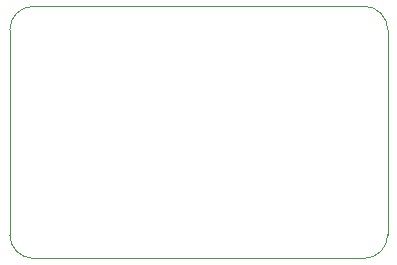
<source format=gm1>
%TF.GenerationSoftware,KiCad,Pcbnew,(5.1.9)-1*%
%TF.CreationDate,2022-09-01T14:45:20+02:00*%
%TF.ProjectId,decode,6465636f-6465-42e6-9b69-6361645f7063,rev?*%
%TF.SameCoordinates,Original*%
%TF.FileFunction,Profile,NP*%
%FSLAX46Y46*%
G04 Gerber Fmt 4.6, Leading zero omitted, Abs format (unit mm)*
G04 Created by KiCad (PCBNEW (5.1.9)-1) date 2022-09-01 14:45:20*
%MOMM*%
%LPD*%
G01*
G04 APERTURE LIST*
%TA.AperFunction,Profile*%
%ADD10C,0.050000*%
%TD*%
G04 APERTURE END LIST*
D10*
X186000000Y-72600000D02*
G75*
G02*
X184000000Y-74600000I-2000000J0D01*
G01*
X156000000Y-74600000D02*
G75*
G02*
X154000000Y-72600000I0J2000000D01*
G01*
X184000000Y-74600000D02*
X156000000Y-74600000D01*
X184000000Y-53250000D02*
G75*
G02*
X186000000Y-55250000I0J-2000000D01*
G01*
X154000000Y-55250000D02*
G75*
G02*
X156000000Y-53250000I2000000J0D01*
G01*
X154000000Y-55250000D02*
X154000000Y-72600000D01*
X184000000Y-53250000D02*
X156000000Y-53250000D01*
X186000000Y-55250000D02*
X186000000Y-72600000D01*
M02*

</source>
